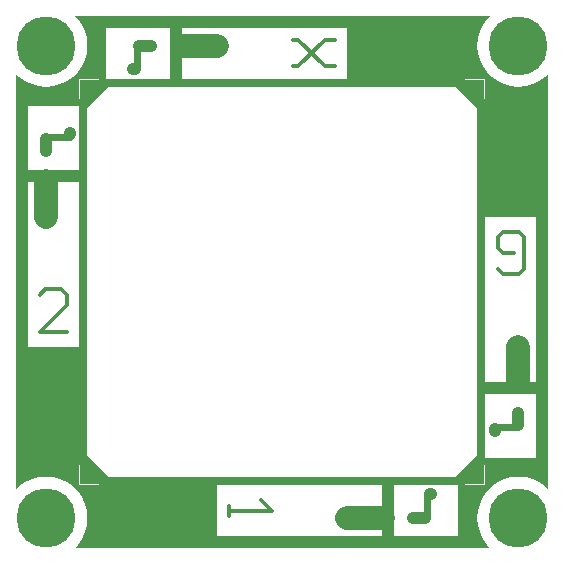
<source format=gbr>
G04 start of page 4 for group 2 idx 2 *
G04 Title: IrasCarrier, solder1 *
G04 Creator: pcb 1.99x *
G04 CreationDate: Di 16 Sep 2008 10:03:12 GMT UTC *
G04 For: stephan *
G04 Format: Gerber/RS-274X *
G04 PCB-Dimensions: 196850 196850 *
G04 PCB-Coordinate-Origin: lower left *
%MOIN*%
%FSLAX24Y24*%
%LNGROUP2*%
%ADD11C,0.0200*%
%ADD12C,0.0394*%
%ADD13C,0.0236*%
%ADD14C,0.0787*%
%ADD15C,0.0141*%
%ADD16C,0.1968*%
%ADD17C,0.1260*%
G54D11*G36*
X3346Y16574D02*Y3110D01*
X3110D01*
Y3740D01*
X2992D01*
Y7677D01*
X3070D01*
Y15708D01*
X2992D01*
Y15944D01*
X3110D01*
Y16574D01*
X3346D01*
G37*
G36*
X16574Y4055D02*Y3110D01*
X15944D01*
Y2992D01*
X15708D01*
Y3070D01*
X7677D01*
Y2992D01*
X3740D01*
Y3110D01*
X3110D01*
Y4055D01*
X3346D01*
X4055Y3346D01*
X15629D01*
X16338Y4055D01*
X16574D01*
G37*
G36*
X3346Y16850D02*Y16614D01*
X3070D01*
Y15708D01*
X1378D01*
Y7677D01*
X3070D01*
Y3070D01*
X3346D01*
Y2598D01*
X3189D01*
X3161Y2657D01*
X3024Y2854D01*
X2854Y3024D01*
X2657Y3161D01*
X2439Y3263D01*
X2207Y3325D01*
X1968Y3346D01*
X1729Y3325D01*
X1497Y3263D01*
X1279Y3161D01*
X1082Y3024D01*
X984Y2925D01*
Y16759D01*
X1082Y16660D01*
X1279Y16523D01*
X1497Y16421D01*
X1729Y16359D01*
X1968Y16338D01*
X2207Y16359D01*
X2439Y16421D01*
X2657Y16523D01*
X2854Y16660D01*
X3024Y16830D01*
X3037Y16850D01*
X3346D01*
G37*
G36*
X16850Y3346D02*Y3037D01*
X16830Y3024D01*
X16660Y2854D01*
X16523Y2657D01*
X16421Y2439D01*
X16359Y2207D01*
X16338Y1968D01*
X16359Y1729D01*
X16421Y1497D01*
X16523Y1279D01*
X16660Y1082D01*
X16759Y984D01*
X2925D01*
X3024Y1082D01*
X3161Y1279D01*
X3263Y1497D01*
X3325Y1729D01*
X3346Y1968D01*
X3325Y2207D01*
X3263Y2439D01*
X3161Y2657D01*
X3024Y2854D01*
X2854Y3024D01*
X2657Y3161D01*
X2598Y3189D01*
Y3346D01*
X3070D01*
Y3070D01*
X7677D01*
Y1378D01*
X15708D01*
Y3070D01*
X16614D01*
Y3346D01*
X16850D01*
G37*
G36*
X3110Y15629D02*Y16574D01*
X3740D01*
Y16692D01*
X3976D01*
Y16614D01*
X12007D01*
Y16692D01*
X15944D01*
Y16574D01*
X16574D01*
Y16338D01*
X4055D01*
X3346Y15629D01*
X3110D01*
G37*
G36*
X16338Y3110D02*X16338Y15629D01*
X15629Y16338D01*
Y16574D01*
X16574D01*
Y15944D01*
X16692D01*
Y12007D01*
X16614D01*
Y3976D01*
X16692D01*
Y3740D01*
X16574D01*
Y3110D01*
X16338D01*
G37*
G36*
Y2834D02*Y3070D01*
X16614D01*
Y3976D01*
X18307D01*
Y12007D01*
X16614D01*
Y16614D01*
X16338D01*
Y17086D01*
X16495D01*
X16523Y17027D01*
X16660Y16830D01*
X16830Y16660D01*
X17027Y16523D01*
X17245Y16421D01*
X17477Y16359D01*
X17716Y16338D01*
X17955Y16359D01*
X18187Y16421D01*
X18405Y16523D01*
X18602Y16660D01*
X18700Y16759D01*
Y2925D01*
X18602Y3024D01*
X18405Y3161D01*
X18187Y3263D01*
X17955Y3325D01*
X17716Y3346D01*
X17477Y3325D01*
X17245Y3263D01*
X17027Y3161D01*
X16830Y3024D01*
X16660Y2854D01*
X16647Y2834D01*
X16338D01*
G37*
G36*
X2834Y16338D02*Y16647D01*
X2854Y16660D01*
X3024Y16830D01*
X3161Y17027D01*
X3263Y17245D01*
X3325Y17477D01*
X3346Y17716D01*
X3325Y17955D01*
X3263Y18187D01*
X3161Y18405D01*
X3024Y18602D01*
X2925Y18700D01*
X16759D01*
X16660Y18602D01*
X16523Y18405D01*
X16421Y18187D01*
X16359Y17955D01*
X16338Y17716D01*
X16359Y17477D01*
X16421Y17245D01*
X16523Y17027D01*
X16660Y16830D01*
X16830Y16660D01*
X17027Y16523D01*
X17086Y16495D01*
Y16338D01*
X16614D01*
Y16614D01*
X12007D01*
Y18307D01*
X3976D01*
Y16614D01*
X3070D01*
Y16338D01*
X2834D01*
G37*
G54D12*X6299Y16574D02*Y17755D01*
G54D13*X5000Y17716D02*Y16929D01*
G54D12*X6299Y18346D02*Y17716D01*
X5078D02*X5472D01*
X3110Y13385D02*X1338D01*
X2755Y14803D02*Y14763D01*
X1968Y14606D02*Y14212D01*
G54D13*Y14685D02*X2755D01*
G54D14*X1968Y13188D02*Y12007D01*
G54D12*X4921Y16929D02*X4881D01*
G54D14*X6496Y17716D02*X7677D01*
G54D12*X17755Y6299D02*X16574D01*
X17716D02*X18346D01*
G54D14*X17716Y7677D02*Y6496D01*
G54D12*X13385Y3110D02*Y1338D01*
X14763Y2755D02*X14803D01*
X14212Y1968D02*X14606D01*
G54D14*X12007D02*X13188D01*
G54D13*X14685Y2755D02*Y1968D01*
X16929Y5000D02*X17716D01*
G54D12*X16929Y4921D02*Y4881D01*
X17716Y5472D02*Y5078D01*
G54D15*X17207Y10097D02*X17030Y10273D01*
X17207Y10097D02*X17736D01*
X17913Y10273D02*X17736Y10097D01*
X17913Y11332D02*Y10273D01*
Y11332D02*X17736Y11509D01*
X17207D02*X17736D01*
X17207D02*X17030Y11332D01*
Y10979D01*
X17207Y10803D02*X17030Y10979D01*
X17207Y10803D02*X17560D01*
X8077Y2382D02*Y2029D01*
Y2206D02*X9489D01*
X9136Y2559D02*X9489Y2206D01*
X1771Y9411D02*X1948Y9587D01*
X2477D01*
X2654Y9411D01*
Y9058D01*
X1771Y8175D02*X2654Y9058D01*
X1771Y8175D02*X2654D01*
X10195Y17027D02*X10372D01*
X11254Y17910D01*
X11607D01*
X11254Y17027D02*X11607D01*
X11254D02*X10372Y17910D01*
X10195D02*X10372D01*
G54D16*X1968Y17716D03*
X17716D03*
X1968Y1968D03*
X17716D03*
G54D17*M02*

</source>
